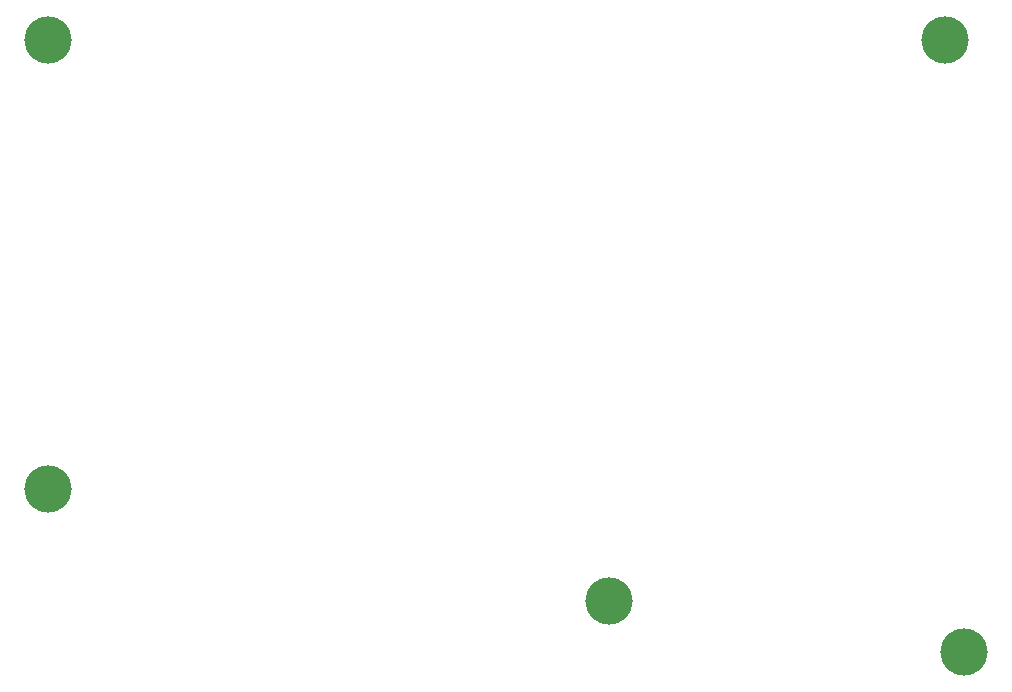
<source format=gbr>
%TF.GenerationSoftware,KiCad,Pcbnew,7.0.10*%
%TF.CreationDate,2024-02-18T23:55:24+09:00*%
%TF.ProjectId,kamu_keyboard,6b616d75-5f6b-4657-9962-6f6172642e6b,rev?*%
%TF.SameCoordinates,Original*%
%TF.FileFunction,Soldermask,Top*%
%TF.FilePolarity,Negative*%
%FSLAX46Y46*%
G04 Gerber Fmt 4.6, Leading zero omitted, Abs format (unit mm)*
G04 Created by KiCad (PCBNEW 7.0.10) date 2024-02-18 23:55:24*
%MOMM*%
%LPD*%
G01*
G04 APERTURE LIST*
%ADD10C,4.000000*%
G04 APERTURE END LIST*
D10*
%TO.C,*%
X51813000Y-122896000D03*
%TD*%
%TO.C,*%
X127813000Y-84896000D03*
%TD*%
%TO.C,*%
X99313000Y-132396000D03*
%TD*%
%TO.C,*%
X129399414Y-136671000D03*
%TD*%
%TO.C,*%
X51813000Y-84896000D03*
%TD*%
M02*

</source>
